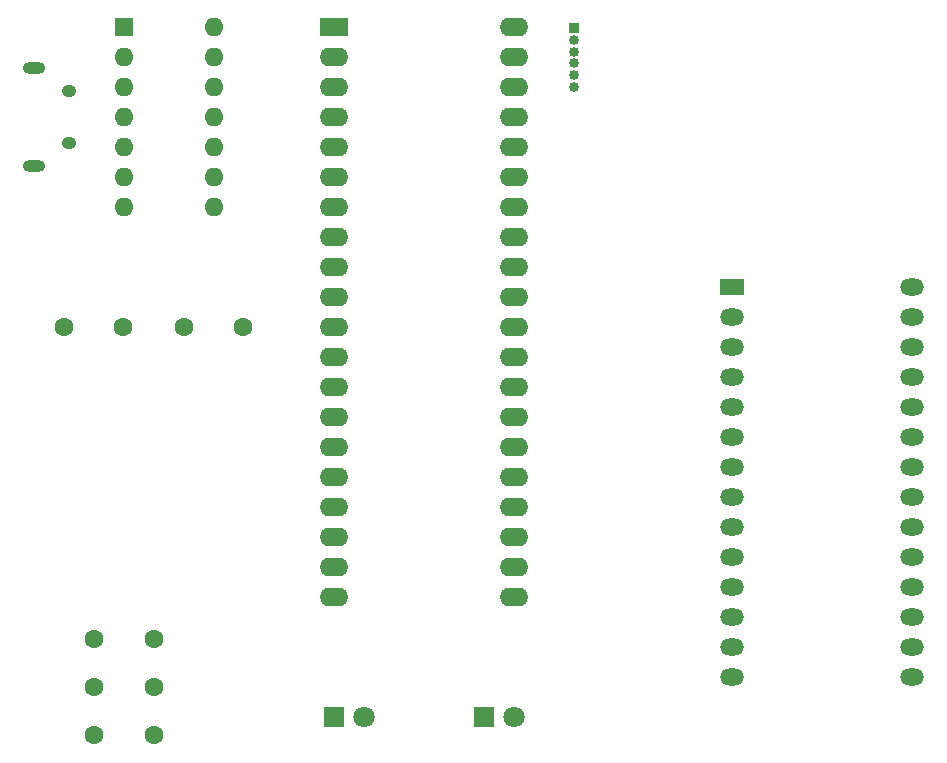
<source format=gbr>
%TF.GenerationSoftware,KiCad,Pcbnew,7.0.5-0*%
%TF.CreationDate,2023-06-15T01:07:24+01:00*%
%TF.ProjectId,EEPROM Programmer,45455052-4f4d-4205-9072-6f6772616d6d,rev?*%
%TF.SameCoordinates,Original*%
%TF.FileFunction,Copper,L2,Bot*%
%TF.FilePolarity,Positive*%
%FSLAX46Y46*%
G04 Gerber Fmt 4.6, Leading zero omitted, Abs format (unit mm)*
G04 Created by KiCad (PCBNEW 7.0.5-0) date 2023-06-15 01:07:24*
%MOMM*%
%LPD*%
G01*
G04 APERTURE LIST*
%TA.AperFunction,ComponentPad*%
%ADD10R,2.400000X1.600000*%
%TD*%
%TA.AperFunction,ComponentPad*%
%ADD11O,2.400000X1.600000*%
%TD*%
%TA.AperFunction,ComponentPad*%
%ADD12C,1.600000*%
%TD*%
%TA.AperFunction,ComponentPad*%
%ADD13R,2.000000X1.440000*%
%TD*%
%TA.AperFunction,ComponentPad*%
%ADD14O,2.000000X1.440000*%
%TD*%
%TA.AperFunction,ComponentPad*%
%ADD15O,1.250000X1.050000*%
%TD*%
%TA.AperFunction,ComponentPad*%
%ADD16O,1.900000X1.000000*%
%TD*%
%TA.AperFunction,ComponentPad*%
%ADD17R,0.850000X0.850000*%
%TD*%
%TA.AperFunction,ComponentPad*%
%ADD18O,0.850000X0.850000*%
%TD*%
%TA.AperFunction,ComponentPad*%
%ADD19R,1.800000X1.800000*%
%TD*%
%TA.AperFunction,ComponentPad*%
%ADD20C,1.800000*%
%TD*%
%TA.AperFunction,ComponentPad*%
%ADD21R,1.600000X1.600000*%
%TD*%
%TA.AperFunction,ComponentPad*%
%ADD22O,1.600000X1.600000*%
%TD*%
G04 APERTURE END LIST*
D10*
%TO.P,U1,1,RE3/IOCE3/!MCLR!/VPP*%
%TO.N,/MCLR*%
X40640000Y-17780000D03*
D11*
%TO.P,U1,2,RA0/ANA0/C1IN0-/C2IN0-/CLCIN0/IOCA0*%
%TO.N,/A0*%
X40640000Y-20320000D03*
%TO.P,U1,3,RA1/ANA1/C1IN1-/C2IN1-/CLCIN1/IOCA1*%
%TO.N,/A1*%
X40640000Y-22860000D03*
%TO.P,U1,4,RA2/ANA2/VREF-/DAC1OUT1/C1IN0+/C2IN0+/IOCA2*%
%TO.N,/A2*%
X40640000Y-25400000D03*
%TO.P,U1,5,RA3/ANA3/VREF+/C1IN1+/MDCARL/IOCA3*%
%TO.N,/A3*%
X40640000Y-27940000D03*
%TO.P,U1,6,RA4/ANA4/MDCARH/T0CKI/CCP5/IOCA4*%
%TO.N,/A4*%
X40640000Y-30480000D03*
%TO.P,U1,7,RA5/ANA5/SS1/MDSRC/IOCA5*%
%TO.N,/A5*%
X40640000Y-33020000D03*
%TO.P,U1,8,RE0/ANE0*%
%TO.N,Net-(U1-RE0{slash}ANE0)*%
X40640000Y-35560000D03*
%TO.P,U1,9,RE1/ANE1*%
%TO.N,Net-(U1-RE1{slash}ANE1)*%
X40640000Y-38100000D03*
%TO.P,U1,10,RE2/ANE2*%
%TO.N,Net-(U1-RE2{slash}ANE2)*%
X40640000Y-40640000D03*
%TO.P,U1,11,VDD*%
%TO.N,+5V*%
X40640000Y-43180000D03*
%TO.P,U1,12,VSS*%
%TO.N,GND*%
X40640000Y-45720000D03*
%TO.P,U1,13,RA7/ANA7/IOCA7/OSC1_CLKIN*%
%TO.N,/A7*%
X40640000Y-48260000D03*
%TO.P,U1,14,RA6/ANA6/IOCA6/OSC2_CLKOUT*%
%TO.N,/A6*%
X40640000Y-50800000D03*
%TO.P,U1,15,RC0/ANC0/T1CKI/T3CKI/T3G/SMTWIN1/IOCC0/SOSCO*%
%TO.N,/A8*%
X40640000Y-53340000D03*
%TO.P,U1,16,RC1/ANC1/SMTSIG1/CCP2/IOCC1/SOSCI*%
%TO.N,/A9*%
X40640000Y-55880000D03*
%TO.P,U1,17,RC2/ANC2/T5CKI/CCP1/IOCC2*%
%TO.N,/A10*%
X40640000Y-58420000D03*
%TO.P,U1,18,RC3/ANC3/SCL1/SCK1/T2IN/IOCC3*%
%TO.N,/A11*%
X40640000Y-60960000D03*
%TO.P,U1,19,RD0/AND0*%
%TO.N,Net-(U1-RD0{slash}AND0)*%
X40640000Y-63500000D03*
%TO.P,U1,20,RD1/AND1*%
%TO.N,Net-(U1-RD1{slash}AND1)*%
X40640000Y-66040000D03*
%TO.P,U1,21,RD2/AND2*%
%TO.N,Net-(U1-RD2{slash}AND2)*%
X55880000Y-66040000D03*
%TO.P,U1,22,RD3/AND3*%
%TO.N,Net-(U1-RD3{slash}AND3)*%
X55880000Y-63500000D03*
%TO.P,U1,23,RC4/ANC4/SDA1/SDI1/IOCC4*%
%TO.N,/A12*%
X55880000Y-60960000D03*
%TO.P,U1,24,RC5/ANC5/T4IN/IOCC5*%
%TO.N,/A13*%
X55880000Y-58420000D03*
%TO.P,U1,25,RC6/ANC6/CK/IOCC6*%
%TO.N,/A14*%
X55880000Y-55880000D03*
%TO.P,U1,26,RC7/ANC7/RX/DT/IOCC7*%
%TO.N,unconnected-(U1-RC7{slash}ANC7{slash}RX{slash}DT{slash}IOCC7-Pad26)*%
X55880000Y-53340000D03*
%TO.P,U1,27,RD4/AND4*%
%TO.N,Net-(U1-RD4{slash}AND4)*%
X55880000Y-50800000D03*
%TO.P,U1,28,RD5/AND5*%
%TO.N,Net-(U1-RD5{slash}AND5)*%
X55880000Y-48260000D03*
%TO.P,U1,29,RD6/AND6*%
%TO.N,Net-(U1-RD6{slash}AND6)*%
X55880000Y-45720000D03*
%TO.P,U1,30,RD7/AND7*%
%TO.N,Net-(U1-RD7{slash}AND7)*%
X55880000Y-43180000D03*
%TO.P,U1,31,VSS*%
%TO.N,GND*%
X55880000Y-40640000D03*
%TO.P,U1,32,VDD*%
%TO.N,+5V*%
X55880000Y-38100000D03*
%TO.P,U1,33,RB0/ANB0/C2IN1+/ZCD/SS2/CCP4/CWG1IN//INT_IOCB0*%
%TO.N,unconnected-(U1-RB0{slash}ANB0{slash}C2IN1+{slash}ZCD{slash}SS2{slash}CCP4{slash}CWG1IN{slash}{slash}INT_IOCB0-Pad33)*%
X55880000Y-35560000D03*
%TO.P,U1,34,RB1/ANB1/C1IN3-/C2IN3-/SCL2/SCK2/CWG2IN/IOCB1*%
%TO.N,unconnected-(U1-RB1{slash}ANB1{slash}C1IN3-{slash}C2IN3-{slash}SCL2{slash}SCK2{slash}CWG2IN{slash}IOCB1-Pad34)*%
X55880000Y-33020000D03*
%TO.P,U1,35,RB2/ANB2/SDA2/SDI2/CWG3IN/IOCB2*%
%TO.N,unconnected-(U1-RB2{slash}ANB2{slash}SDA2{slash}SDI2{slash}CWG3IN{slash}IOCB2-Pad35)*%
X55880000Y-30480000D03*
%TO.P,U1,36,RB3/ANB3/C1IN2-/C2IN2-/IOCB3*%
%TO.N,unconnected-(U1-RB3{slash}ANB3{slash}C1IN2-{slash}C2IN2-{slash}IOCB3-Pad36)*%
X55880000Y-27940000D03*
%TO.P,U1,37,RB4/ANB4/ADCACT/T5G/SMTWIN2/IOCB4*%
%TO.N,Net-(U1-RB4{slash}ANB4{slash}ADCACT{slash}T5G{slash}SMTWIN2{slash}IOCB4)*%
X55880000Y-25400000D03*
%TO.P,U1,38,RB5/ANB5/T1G/SMTSIG2/CCP3/IOCB5*%
%TO.N,Net-(U1-RB5{slash}ANB5{slash}T1G{slash}SMTSIG2{slash}CCP3{slash}IOCB5)*%
X55880000Y-22860000D03*
%TO.P,U1,39,RB6/ANB6/CLCIN2/IOCB6/ICSPCLK*%
%TO.N,/ICSPCLK*%
X55880000Y-20320000D03*
%TO.P,U1,40,RB7/ANB7/DAC1OUT2/T6IN/CLCIN3/IOCB7/ICSPDAT*%
%TO.N,/ICSPDAT*%
X55880000Y-17780000D03*
%TD*%
D12*
%TO.P,C3,1*%
%TO.N,+5V*%
X27940000Y-43180000D03*
%TO.P,C3,2*%
%TO.N,GND*%
X32940000Y-43180000D03*
%TD*%
%TO.P,C2,1*%
%TO.N,+5V*%
X17780000Y-43180000D03*
%TO.P,C2,2*%
%TO.N,GND*%
X22780000Y-43180000D03*
%TD*%
D13*
%TO.P,U2,1,A14*%
%TO.N,unconnected-(U2-A14-Pad1)*%
X74387500Y-39770000D03*
D14*
%TO.P,U2,2,A12*%
%TO.N,unconnected-(U2-A12-Pad2)*%
X74387500Y-42310000D03*
%TO.P,U2,3,A7*%
%TO.N,unconnected-(U2-A7-Pad3)*%
X74387500Y-44850000D03*
%TO.P,U2,4,A6*%
%TO.N,unconnected-(U2-A6-Pad4)*%
X74387500Y-47390000D03*
%TO.P,U2,5,A5*%
%TO.N,unconnected-(U2-A5-Pad5)*%
X74387500Y-49930000D03*
%TO.P,U2,6,A4*%
%TO.N,unconnected-(U2-A4-Pad6)*%
X74387500Y-52470000D03*
%TO.P,U2,7,A3*%
%TO.N,unconnected-(U2-A3-Pad7)*%
X74387500Y-55010000D03*
%TO.P,U2,8,A2*%
%TO.N,unconnected-(U2-A2-Pad8)*%
X74387500Y-57550000D03*
%TO.P,U2,9,A1*%
%TO.N,unconnected-(U2-A1-Pad9)*%
X74387500Y-60090000D03*
%TO.P,U2,10,A0*%
%TO.N,unconnected-(U2-A0-Pad10)*%
X74387500Y-62630000D03*
%TO.P,U2,11,IO0*%
%TO.N,Net-(U1-RD0{slash}AND0)*%
X74387500Y-65170000D03*
%TO.P,U2,12,IO1*%
%TO.N,Net-(U1-RD1{slash}AND1)*%
X74387500Y-67710000D03*
%TO.P,U2,13,IO2*%
%TO.N,Net-(U1-RD2{slash}AND2)*%
X74387500Y-70250000D03*
%TO.P,U2,14,GND*%
%TO.N,GND*%
X74387500Y-72790000D03*
%TO.P,U2,15,IO3*%
%TO.N,Net-(U1-RD3{slash}AND3)*%
X89627500Y-72790000D03*
%TO.P,U2,16,IO4*%
%TO.N,Net-(U1-RD4{slash}AND4)*%
X89627500Y-70250000D03*
%TO.P,U2,17,IO5*%
%TO.N,Net-(U1-RD5{slash}AND5)*%
X89627500Y-67710000D03*
%TO.P,U2,18,IO6*%
%TO.N,Net-(U1-RD6{slash}AND6)*%
X89627500Y-65170000D03*
%TO.P,U2,19,IO7*%
%TO.N,Net-(U1-RD7{slash}AND7)*%
X89627500Y-62630000D03*
%TO.P,U2,20,~{CE}*%
%TO.N,Net-(U1-RE1{slash}ANE1)*%
X89627500Y-60090000D03*
%TO.P,U2,21,A10*%
%TO.N,unconnected-(U2-A10-Pad21)*%
X89627500Y-57550000D03*
%TO.P,U2,22,~{OE}*%
%TO.N,Net-(U1-RE2{slash}ANE2)*%
X89627500Y-55010000D03*
%TO.P,U2,23,A11*%
%TO.N,unconnected-(U2-A11-Pad23)*%
X89627500Y-52470000D03*
%TO.P,U2,24,A9*%
%TO.N,unconnected-(U2-A9-Pad24)*%
X89627500Y-49930000D03*
%TO.P,U2,25,A8*%
%TO.N,unconnected-(U2-A8-Pad25)*%
X89627500Y-47390000D03*
%TO.P,U2,26,A13*%
%TO.N,unconnected-(U2-A13-Pad26)*%
X89627500Y-44850000D03*
%TO.P,U2,27,~{WE}*%
%TO.N,Net-(U1-RE0{slash}ANE0)*%
X89627500Y-42310000D03*
%TO.P,U2,28,VCC*%
%TO.N,+5V*%
X89627500Y-39770000D03*
%TD*%
D12*
%TO.P,R3,1*%
%TO.N,Net-(D2-K)*%
X20320000Y-77750000D03*
%TO.P,R3,2*%
%TO.N,GND*%
X25400000Y-77750000D03*
%TD*%
%TO.P,R2,1*%
%TO.N,Net-(D1-K)*%
X20320000Y-73660000D03*
%TO.P,R2,2*%
%TO.N,GND*%
X25400000Y-73660000D03*
%TD*%
%TO.P,R1,1*%
%TO.N,+5V*%
X20320000Y-69570000D03*
%TO.P,R1,2*%
%TO.N,/MCLR*%
X25400000Y-69570000D03*
%TD*%
D15*
%TO.P,J2,6,Shield*%
%TO.N,GND*%
X18240000Y-27625000D03*
D16*
X15240000Y-21225000D03*
D15*
X18240000Y-23175000D03*
D16*
X15240000Y-29575000D03*
%TD*%
D17*
%TO.P,J1,1,Pin_1*%
%TO.N,/MCLR*%
X60960000Y-17860000D03*
D18*
%TO.P,J1,2,Pin_2*%
%TO.N,+5V*%
X60960000Y-18860000D03*
%TO.P,J1,3,Pin_3*%
%TO.N,GND*%
X60960000Y-19860000D03*
%TO.P,J1,4,Pin_4*%
%TO.N,/ICSPDAT*%
X60960000Y-20860000D03*
%TO.P,J1,5,Pin_5*%
%TO.N,/ICSPCLK*%
X60960000Y-21860000D03*
%TO.P,J1,6,Pin_6*%
%TO.N,/LVP*%
X60960000Y-22860000D03*
%TD*%
D19*
%TO.P,D2,1,K*%
%TO.N,Net-(D2-K)*%
X53340000Y-76200000D03*
D20*
%TO.P,D2,2,A*%
%TO.N,Net-(D2-A)*%
X55880000Y-76200000D03*
%TD*%
D19*
%TO.P,D1,1,K*%
%TO.N,Net-(D1-K)*%
X40640000Y-76200000D03*
D20*
%TO.P,D1,2,A*%
%TO.N,Net-(D1-A)*%
X43180000Y-76200000D03*
%TD*%
D21*
%TO.P,U3,1,VDD*%
%TO.N,+5V*%
X22860000Y-17780000D03*
D22*
%TO.P,U3,2,GP0*%
%TO.N,Net-(D2-A)*%
X22860000Y-20320000D03*
%TO.P,U3,3,GP1*%
%TO.N,unconnected-(U3-GP1-Pad3)*%
X22860000Y-22860000D03*
%TO.P,U3,4,~{RST}*%
%TO.N,unconnected-(U3-~{RST}-Pad4)*%
X22860000Y-25400000D03*
%TO.P,U3,5,URx*%
%TO.N,Net-(U1-RB5{slash}ANB5{slash}T1G{slash}SMTSIG2{slash}CCP3{slash}IOCB5)*%
X22860000Y-27940000D03*
%TO.P,U3,6,UTx*%
%TO.N,Net-(U1-RB4{slash}ANB4{slash}ADCACT{slash}T5G{slash}SMTWIN2{slash}IOCB4)*%
X22860000Y-30480000D03*
%TO.P,U3,7,GP2*%
%TO.N,Net-(D1-A)*%
X22860000Y-33020000D03*
%TO.P,U3,8,GP3*%
%TO.N,unconnected-(U3-GP3-Pad8)*%
X30480000Y-33020000D03*
%TO.P,U3,9,SDA*%
%TO.N,unconnected-(U3-SDA-Pad9)*%
X30480000Y-30480000D03*
%TO.P,U3,10,SCL*%
%TO.N,unconnected-(U3-SCL-Pad10)*%
X30480000Y-27940000D03*
%TO.P,U3,11,VUSB*%
%TO.N,+5V*%
X30480000Y-25400000D03*
%TO.P,U3,12,D-*%
%TO.N,Net-(J2-D-)*%
X30480000Y-22860000D03*
%TO.P,U3,13,D+*%
%TO.N,Net-(J2-D+)*%
X30480000Y-20320000D03*
%TO.P,U3,14,VSS*%
%TO.N,GND*%
X30480000Y-17780000D03*
%TD*%
M02*

</source>
